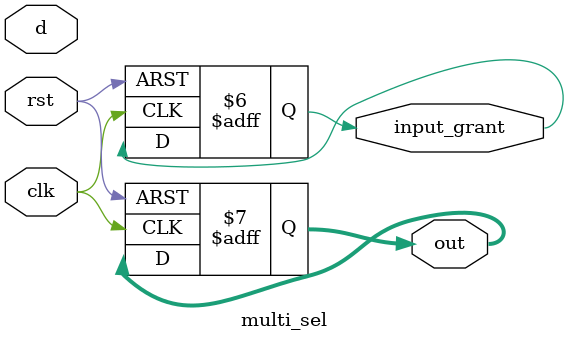
<source format=v>

module multi_sel(
    input [7:0]d,
    input clk,
    input rst,
    output reg input_grant,
    output reg [10:0]out
);
reg [1:0] count;
always @(posedge clk or negedge rst) begin
    if(!rst)begin
        count <= 2'b0;
    end
    else begin
        count <= count + 1'b1;
    end
    end

    // FSM
    reg[7:0] d_reg;
    always @(posedge clk or negedge rst) begin
        if(!rst)begin
            out <= 11'b0;
            input_grant <= 1'b0;
            d_reg <= 8'b0;
        end
        else begin
            
        end
    end
endmodule
</source>
